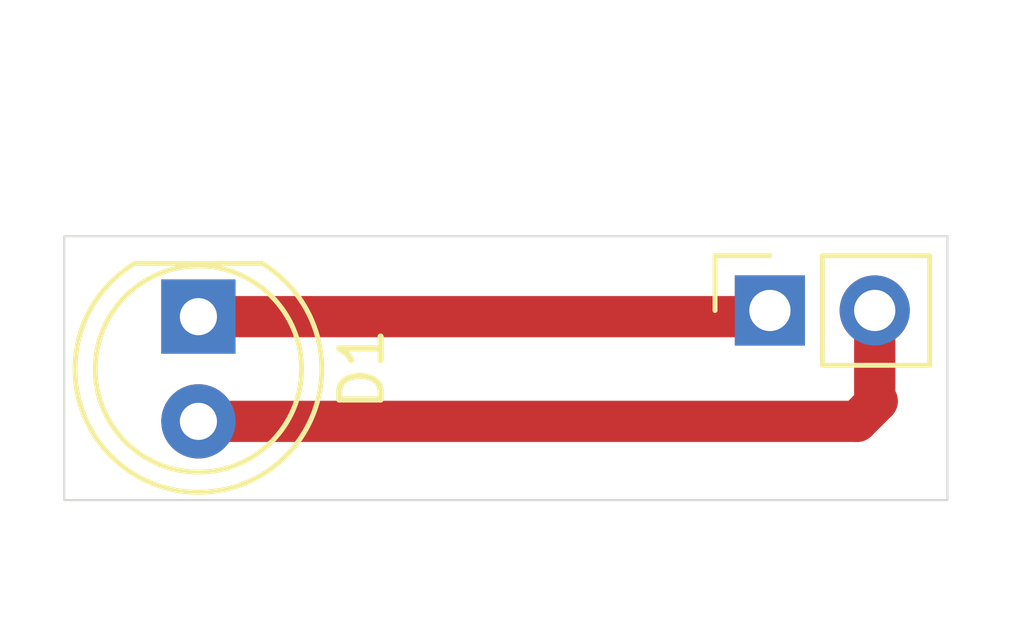
<source format=kicad_pcb>
(kicad_pcb (version 20240108) (generator "pcbnew") (generator_version "8.0")
  (layers (0 "F.Cu" signal) (31 "B.Cu" signal) (34 "B.Paste" user) (35 "F.Paste" user) (36 "B.SilkS" user "B.Silkscreen") (37 "F.SilkS" user "F.Silkscreen") (38 "B.Mask" user) (39 "F.Mask" user) (44 "Edge.Cuts" user))
  (net 0 "")
  (net 1 "Net-(D1-K)")
  (net 2 "Net-(D1-A)")
  (footprint "LED_THT:LED_D5.0mm" (layer "F.Cu") (at 3.15 1.95 -90)
    (property "Reference" "D1" (at 1.27 -3.96 90) (layer "F.SilkS"))
    (property "Value" "LED")
    (fp_line (start -1.29 -1.545) (end -1.29 1.545) (stroke (width 0.12)) (layer "F.SilkS"))
    (fp_arc (start 4.26 0.000048) (mid 2.071756 2.880501) (end -1.29 1.54483) (stroke (width 0.12)) (layer "F.SilkS"))
    (fp_arc (start -1.29 -1.54483) (mid 2.071756 -2.880501) (end 4.26 -0.000048) (stroke (width 0.12)) (layer "F.SilkS"))
    (fp_circle (center 1.27 0) (end 3.77 0) (stroke (width 0.12)) (fill none) (layer "F.SilkS"))
    (pad "1" thru_hole rect (at 0 0 270) (size 1.8 1.8) (drill 0.9) (layers "*.Cu" "*.Mask") (net 1 "Net-(D1-K)"))
    (pad "2" thru_hole circle (at 2.54 0 270) (size 1.8 1.8) (drill 0.9) (layers "*.Cu" "*.Mask") (net 2 "Net-(D1-A)"))
  )
  (footprint "Connector_PinSocket_2.54mm:PinSocket_1x02_P2.54mm_Vertical" (layer "F.Cu") (at 17 1.8 90)
    (property "Reference" "J_LED1" (hide yes))
    (property "Value" "Conn_01x02_Socket")
    (fp_line (start 1.33 -1.33) (end 1.33 0) (stroke (width 0.12)) (layer "F.SilkS"))
    (fp_line (start 0 -1.33) (end 1.33 -1.33) (stroke (width 0.12)) (layer "F.SilkS"))
    (fp_line (start 1.33 1.27) (end 1.33 3.87) (stroke (width 0.12)) (layer "F.SilkS"))
    (fp_line (start -1.33 1.27) (end 1.33 1.27) (stroke (width 0.12)) (layer "F.SilkS"))
    (fp_line (start -1.33 1.27) (end -1.33 3.87) (stroke (width 0.12)) (layer "F.SilkS"))
    (fp_line (start -1.33 3.87) (end 1.33 3.87) (stroke (width 0.12)) (layer "F.SilkS"))
    (pad "1" thru_hole rect (at 0 0 90) (size 1.7 1.7) (drill 1) (layers "*.Cu" "*.Mask") (net 1 "Net-(D1-K)"))
    (pad "2" thru_hole oval (at 0 2.54 90) (size 1.7 1.7) (drill 1) (layers "*.Cu" "*.Mask") (net 2 "Net-(D1-A)"))
  )
  (gr_rect (start -0.1 0) (end 21.3 6.4) (stroke (width 0.05)) (fill none) (layer "Edge.Cuts"))
  (segment (start 16.85 1.95) (end 17 1.8) (width 1) (layer "F.Cu") (net 1))
  (segment (start 3.15 1.95) (end 16.85 1.95) (width 1) (layer "F.Cu") (net 1))
  (segment (start 19.11 4.49) (end 19.6 4) (width 1) (layer "F.Cu") (net 2))
  (segment (start 19.54 3.94) (end 19.54 1.8) (width 1) (layer "F.Cu") (net 2))
  (segment (start 3.15 4.49) (end 19.11 4.49) (width 1) (layer "F.Cu") (net 2))
  (segment (start 19.6 4) (end 19.54 3.94) (width 1) (layer "F.Cu") (net 2))
)
</source>
